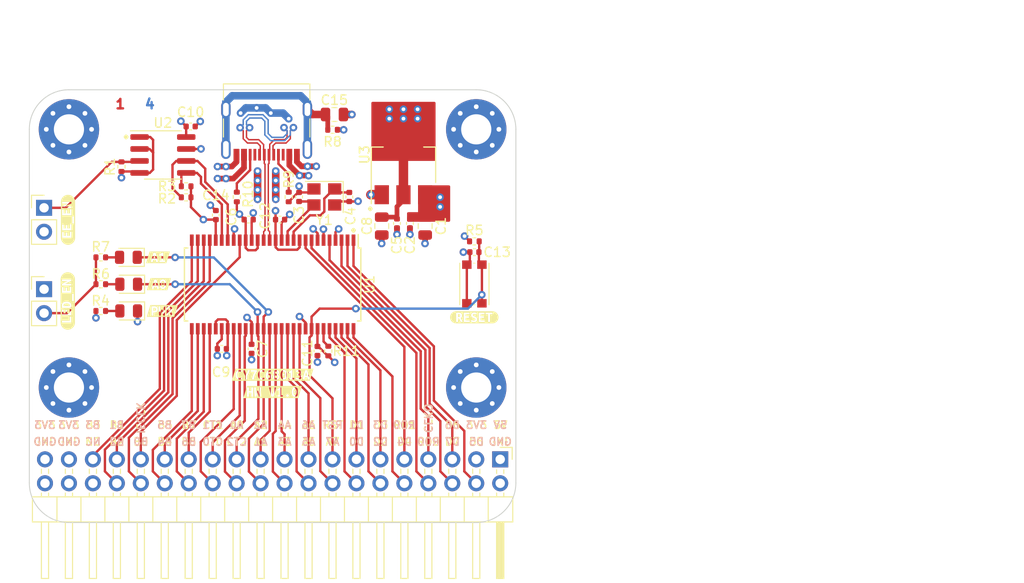
<source format=kicad_pcb>
(kicad_pcb (version 20211014) (generator pcbnew)
  (layers (0 "F.Cu" signal) (1 "In1.Cu" signal) (2 "In2.Cu" signal) (31 "B.Cu" signal) (34 "B.Paste" user) (35 "F.Paste" user) (36 "B.SilkS" user "B.Silkscreen") (37 "F.SilkS" user "F.Silkscreen") (38 "B.Mask" user) (39 "F.Mask" user) (44 "Edge.Cuts" user))
  (net 0 "")
  (net 1 "VBUS")
  (net 2 "GND")
  (net 3 "Net-(C3-Pad2)")
  (net 4 "Net-(C4-Pad2)")
  (net 5 "+3V3")
  (net 6 "/RST")
  (net 7 "Earth_Protective")
  (net 8 "Net-(D1-Pad2)")
  (net 9 "Net-(J2-Pad2)")
  (net 10 "Net-(D2-Pad2)")
  (net 11 "Net-(D3-Pad2)")
  (net 12 "Net-(J1-Pad1)")
  (net 13 "/D-")
  (net 14 "/D+")
  (net 15 "Net-(R2-Pad2)")
  (net 16 "Net-(R3-Pad2)")
  (net 17 "/PA0")
  (net 18 "/PA1")
  (net 19 "/PD5")
  (net 20 "/PD6")
  (net 21 "/PD7")
  (net 22 "/CLKOUT")
  (net 23 "/RDY0")
  (net 24 "/RDY1")
  (net 25 "/IFCLK")
  (net 26 "/PB0")
  (net 27 "/PB1")
  (net 28 "/PB2")
  (net 29 "/PB3")
  (net 30 "/PB4")
  (net 31 "/PB5")
  (net 32 "/PB6")
  (net 33 "/PB7")
  (net 34 "/CTL0")
  (net 35 "/CTL1")
  (net 36 "/CTL2")
  (net 37 "/PA2")
  (net 38 "/PA3")
  (net 39 "/PA4")
  (net 40 "/PA5")
  (net 41 "/PA6")
  (net 42 "/PA7")
  (net 43 "Net-(U1-Pad51)")
  (net 44 "/PD0")
  (net 45 "/PD1")
  (net 46 "/PD2")
  (net 47 "/PD3")
  (net 48 "/PD4")
  (net 52 "Net-(J5-PadA5)")
  (net 53 "Net-(J5-PadB5)")
  (footprint "Capacitor_SMD:C_0402_1005Metric" (layer "F.Cu") (at 141.5542 93.0656)
    (fp_text reference "C12")
    (fp_text value "100n")
  )
  (footprint "Resistor_SMD:R_0402_1005Metric" (layer "F.Cu") (at 124.7394 87.4522 90)
    (fp_text reference "R1")
    (fp_text value "100K")
  )
  (footprint "Package_TO_SOT_SMD:SOT-223-3_TabPin2" (layer "F.Cu") (at 154.6352 87.2744 90)
    (fp_text reference "U3")
    (fp_text value "LM1117-3.3")
  )
  (footprint "Capacitor_SMD:C_0402_1005Metric" (layer "F.Cu") (at 145.5174 107.0066 -90)
    (fp_text reference "C11")
    (fp_text value "100n")
  )
  (footprint "Resistor_SMD:R_0402_1005Metric" (layer "F.Cu") (at 142.4702 90.6642 90)
    (fp_text reference "R9")
    (fp_text value "5K1")
  )
  (footprint "MountingHole:MountingHole_3.2mm_M3_Pad_Via" (layer "F.Cu") (at 119.1718 83.489324)
    (fp_text reference "H2" hide)
    (fp_text value "MountingHole_Pad")
  )
  (footprint "Resistor_SMD:R_0402_1005Metric" (layer "F.Cu") (at 136.9702 90.6642 90)
    (fp_text reference "R10")
    (fp_text value "5K1")
  )
  (footprint "kibuzzard-63F2CE48" (layer "F.Cu") (at 162.1452 103.4342)
    (fp_text reference "kibuzzard-63F2CE48" hide)
    (fp_text value "G***" hide)
  )
  (footprint "MountingHole:MountingHole_3.2mm_M3_Pad_Via" (layer "F.Cu") (at 119.1718 110.8852)
    (fp_text reference "H4" hide)
    (fp_text value "MountingHole_Pad")
  )
  (footprint "Capacitor_SMD:C_0402_1005Metric" (layer "F.Cu") (at 153.9494 93.472 -90)
    (fp_text reference "C5")
    (fp_text value "100n")
  )
  (footprint "Capacitor_SMD:C_0805_2012Metric" (layer "F.Cu") (at 147.3202 81.9142 180)
    (fp_text reference "C15")
    (fp_text value "10n")
  )
  (footprint "kibuzzard-63F33066" (layer "F.Cu") (at 140.7652 111.3642)
    (fp_text reference "kibuzzard-63F33066" hide)
    (fp_text value "G***" hide)
  )
  (footprint "Connector_PinHeader_2.54mm:PinHeader_1x02_P2.54mm_Vertical" (layer "F.Cu") (at 116.5352 91.816)
    (fp_text reference "J1" hide)
    (fp_text value "Conn_01x02")
  )
  (footprint "MountingHole:MountingHole_3.2mm_M3_Pad_Via" (layer "F.Cu") (at 162.3518 83.489324)
    (fp_text reference "H3" hide)
    (fp_text value "MountingHole_Pad")
  )
  (footprint "Connector_PinHeader_2.54mm:PinHeader_1x02_P2.54mm_Vertical" (layer "F.Cu") (at 116.5352 100.452)
    (fp_text reference "J2" hide)
    (fp_text value "Conn_01x02")
  )
  (footprint "LED_SMD:LED_0805_2012Metric" (layer "F.Cu") (at 125.4744 97.06924 180)
    (fp_text reference "D3" hide)
    (fp_text value "RED")
  )
  (footprint "kibuzzard-63F2CE91" (layer "F.Cu") (at 140.7652 109.5342)
    (fp_text reference "kibuzzard-63F2CE91" hide)
    (fp_text value "G***" hide)
  )
  (footprint "Package_TO_SOT_SMD:SOT-223-3_TabPin2" (layer "F.Cu") (at 154.6352 87.2744 90)
    (fp_text reference "U3")
    (fp_text value "LM1117-3.3")
  )
  (footprint "Resistor_SMD:R_0402_1005Metric" (layer "F.Cu") (at 147.1202 83.5342 180)
    (fp_text reference "R8")
    (fp_text value "1M")
  )
  (footprint "Connector_PinHeader_2.54mm:PinHeader_2x20_P2.54mm_Horizontal" (layer "F.Cu") (at 164.8918 118.5052 -90)
    (fp_text reference "J4" hide)
    (fp_text value "GPIO")
  )
  (footprint "Capacitor_SMD:C_0402_1005Metric" (layer "F.Cu") (at 135.382 106.7816)
    (fp_text reference "C9")
    (fp_text value "100n")
  )
  (footprint "Capacitor_SMD:C_0805_2012Metric" (layer "F.Cu") (at 156.9352 93.7514 -90)
    (fp_text reference "C1")
    (fp_text value "4u7")
  )
  (footprint "LED_SMD:LED_0805_2012Metric" (layer "F.Cu") (at 125.5052 102.75884 180)
    (fp_text reference "D1" hide)
    (fp_text value "GREEN")
  )
  (footprint "kibuzzard-63FDD9FB" (layer "F.Cu") (at 128.61 97.071)
    (fp_text reference "kibuzzard-63FDD9FB" hide)
    (fp_text value "G***" hide)
  )
  (footprint "kibuzzard-63EC9D86" (layer "F.Cu") (at 119.0752 93.091 90)
    (fp_text reference "kibuzzard-63EC9D86" hide)
    (fp_text value "G***" hide)
  )
  (footprint "Resistor_SMD:R_0402_1005Metric" (layer "F.Cu") (at 131.5974 89.535 180)
    (fp_text reference "R3")
    (fp_text value "2K2")
  )
  (footprint "Crystal:Crystal_SMD_3225-4Pin_3.2x2.5mm" (layer "F.Cu") (at 146.2452 90.6642 180)
    (fp_text reference "Y1")
    (fp_text value "24MHz")
  )
  (footprint "kibuzzard-63EC9D7C" (layer "F.Cu") (at 119.0498 101.7016 90)
    (fp_text reference "kibuzzard-63EC9D7C" hide)
    (fp_text value "G***" hide)
  )
  (footprint "Resistor_SMD:R_0402_1005Metric" (layer "F.Cu") (at 146.6702 107.0142 90)
    (fp_text reference "R11")
    (fp_text value "10K")
  )
  (footprint "Capacitor_SMD:C_0402_1005Metric" (layer "F.Cu") (at 138.2268 93.0656 180)
    (fp_text reference "C6")
    (fp_text value "100n")
  )
  (footprint "Capacitor_SMD:C_0402_1005Metric" (layer "F.Cu") (at 155.321 93.4694 -90)
    (fp_text reference "C2")
    (fp_text value "100n")
  )
  (footprint "MountingHole:MountingHole_3.2mm_M3_Pad_Via" (layer "F.Cu") (at 162.3518 110.8852)
    (fp_text reference "H1" hide)
    (fp_text value "MountingHole_Pad")
  )
  (footprint "Resistor_SMD:R_0402_1005Metric" (layer "F.Cu") (at 162.1536 95.377 180)
    (fp_text reference "R5")
    (fp_text value "10K")
  )
  (footprint "Capacitor_SMD:C_0402_1005Metric" (layer "F.Cu") (at 148.8952 90.6642 90)
    (fp_text reference "C4")
    (fp_text value "16p")
  )
  (footprint "Button_Switch_SMD:SW_Push_1P1T_NO_CK_KMR2" (layer "F.Cu") (at 162.1536 99.8982 90)
    (fp_text reference "SW1" hide)
    (fp_text value "SW_Push")
  )
  (footprint "Resistor_SMD:R_0402_1005Metric" (layer "F.Cu") (at 122.5452 102.7642)
    (fp_text reference "R4")
    (fp_text value "1K")
  )
  (footprint "Resistor_SMD:R_0402_1005Metric" (layer "F.Cu") (at 122.5452 97.0742 180)
    (fp_text reference "R7")
    (fp_text value "1K")
  )
  (footprint "Package_SO:SSOP-56_7.5x18.5mm_P0.635mm" (layer "F.Cu") (at 140.7668 99.949 -90)
    (fp_text reference "U1")
    (fp_text value "CY7C68013A-56PVXI")
  )
  (footprint "Capacitor_SMD:C_0402_1005Metric" (layer "F.Cu") (at 132.0774 83.185)
    (fp_text reference "C10")
    (fp_text value "100n")
  )
  (footprint "Capacitor_SMD:C_0402_1005Metric" (layer "F.Cu") (at 162.1536 96.52 180)
    (fp_text reference "C13")
    (fp_text value "100n")
  )
  (footprint "kibuzzard-63FDDA02" (layer "F.Cu") (at 128.7116 99.9158)
    (fp_text reference "kibuzzard-63FDDA02" hide)
    (fp_text value "G***" hide)
  )
  (footprint "Resistor_SMD:R_0402_1005Metric" (layer "F.Cu") (at 131.5974 90.7034 180)
    (fp_text reference "R2")
    (fp_text value "2K2")
  )
  (footprint "Capacitor_SMD:C_0402_1005Metric" (layer "F.Cu") (at 143.5702 90.6642 -90)
    (fp_text reference "C3")
    (fp_text value "16p")
  )
  (footprint "Capacitor_SMD:C_0402_1005Metric" (layer "F.Cu") (at 138.5316 106.7816 -90)
    (fp_text reference "C7")
    (fp_text value "100n")
  )
  (footprint "Connector_USB:USB_C_Receptacle_G-Switch_GT-USB-7010ASV" (layer "F.Cu") (at 140.1318 82.4542 180)
    (fp_text reference "J5" hide)
    (fp_text value "USB_C_Receptacle_USB2.0")
  )
  (footprint "Resistor_SMD:R_0402_1005Metric" (layer "F.Cu") (at 122.5452 99.9242 180)
    (fp_text reference "R6")
    (fp_text value "1K")
  )
  (footprint "kibuzzard-63FDDA26" (layer "F.Cu") (at 129.0672 102.7606)
    (fp_text reference "kibuzzard-63FDDA26" hide)
    (fp_text value "G***" hide)
  )
  (footprint "Package_SO:SOIC-8_3.9x4.9mm_P1.27mm" (layer "F.Cu") (at 129.1336 86.2076)
    (fp_text reference "U2")
    (fp_text value "24LC128")
  )
  (footprint "Capacitor_SMD:C_0402_1005Metric" (layer "F.Cu") (at 134.747 92.5856 90)
    (fp_text reference "C14")
    (fp_text value "100n")
  )
  (footprint "Capacitor_SMD:C_0805_2012Metric" (layer "F.Cu") (at 152.3352 93.7514 -90)
    (fp_text reference "C8")
    (fp_text value "10u")
  )
  (footprint "LED_SMD:LED_0805_2012Metric" (layer "F.Cu") (at 125.5052 99.9242 180)
    (fp_text reference "D2" hide)
    (fp_text value "RED")
  )
  (gr_line (start 119.1718 125.210124) (end 162.3518 125.210124) (layer "Edge.Cuts") (width 0.1))
  (gr_line (start 114.971876 121.0102) (end 114.971876 83.489324) (layer "Edge.Cuts") (width 0.1))
  (gr_line (start 162.3518 79.2894) (end 119.1718 79.2894) (layer "Edge.Cuts") (width 0.1))
  (gr_arc (start 119.1718 125.210124) (mid 116.202005 123.979995) (end 114.971876 121.0102) (layer "Edge.Cuts") (width 0.1))
  (gr_arc (start 162.3518 79.2894) (mid 165.321586 80.519531) (end 166.551724 83.489324) (layer "Edge.Cuts") (width 0.1))
  (gr_line (start 166.551724 83.489324) (end 166.551724 121.0102) (layer "Edge.Cuts") (width 0.1))
  (gr_arc (start 166.551724 121.0102) (mid 165.321595 123.979995) (end 162.3518 125.210124) (layer "Edge.Cuts") (width 0.1))
  (gr_arc (start 114.971876 83.489324) (mid 116.201997 80.519514) (end 119.1718 79.2894) (layer "Edge.Cuts") (width 0.1))
  (gr_text "1" (at 124.6202 80.8142) (layer "F.Cu") (effects (font (size 1 1) (thickness 0.25))))
  (gr_text "4" (at 127.7452 80.8142) (layer "B.Cu") (effects (font (size 1 1) (thickness 0.25))))
  (gr_text "D6" (at 159.7952 114.8642) (layer "B.SilkS") (effects (font (size 0.8 0.8)) (justify mirror)))
  (gr_text "CT1" (at 134.3952 114.8642) (layer "B.SilkS") (effects (font (size 0.8 0.8)) (justify mirror)))
  (gr_text "A2" (at 139.4752 114.8642) (layer "B.SilkS") (effects (font (size 0.8 0.8)) (justify mirror)))
  (gr_text "RD0" (at 157.2802 116.6392) (layer "B.SilkS") (effects (font (size 0.8 0.8)) (justify mirror)))
  (gr_text "A5" (at 144.5802 116.6392) (layer "B.SilkS") (effects (font (size 0.8 0.8)) (justify mirror)))
  (gr_text "D7" (at 159.8202 116.6392) (layer "B.SilkS") (effects (font (size 0.8 0.8)) (justify mirror)))
  (gr_text "GND" (at 164.8952 116.6392) (layer "B.SilkS") (effects (font (size 0.8 0.8)) (justify mirror)))
  (gr_text "D3" (at 152.1752 114.8642) (layer "B.SilkS") (effects (font (size 0.8 0.8)) (justify mirror)))
  (gr_text "A7" (at 147.1202 116.6392) (layer "B.SilkS") (effects (font (size 0.8 0.8)) (justify mirror)))
  (gr_text "B1" (at 124.2352 114.8592) (layer "B.SilkS") (effects (font (size 0.8 0.8)) (justify mirror)))
  (gr_text "RD0" (at 154.7152 114.8642) (layer "B.SilkS") (effects (font (size 0.8 0.8)) (justify mirror)))
  (gr_text "CT0" (at 134.4202 116.6392) (layer "B.SilkS") (effects (font (size 0.8 0.8)) (justify mirror)))
  (gr_text "B4" (at 129.3402 116.6392) (layer "B.SilkS") (effects (font (size 0.8 0.8)) (justify mirror)))
  (gr_text "GND" (at 116.6402 116.6392) (layer "B.SilkS") (effects (font (size 0.8 0.8)) (justify mirror)))
  (gr_text "A6" (at 144.5552 114.8642) (layer "B.SilkS") (effects (font (size 0.8 0.8)) (justify mirror)))
  (gr_text "D1" (at 149.6352 114.8642) (layer "B.SilkS") (effects (font (size 0.8 0.8)) (justify mirror)))
  (gr_text "B3" (at 121.6952 114.8642) (layer "B.SilkS") (effects (font (size 0.8 0.8)) (justify mirror)))
  (gr_text "D2" (at 152.2002 116.6392) (layer "B.SilkS") (effects (font (size 0.8 0.8)) (justify mirror)))
  (gr_text "B2" (at 124.2602 116.6392) (layer "B.SilkS") (effects (font (size 0.8 0.8)) (justify mirror)))
  (gr_text "D4" (at 154.7402 116.6392) (layer "B.SilkS") (effects (font (size 0.8 0.8)) (justify mirror)))
  (gr_text "B6" (at 131.8802 116.6392) (layer "B.SilkS") (effects (font (size 0.8 0.8)) (justify mirror)))
  (gr_text "B0" (at 126.8002 116.6392) (layer "B.SilkS") (effects (font (size 0.8 0.8)) (justify mirror)))
  (gr_text "A1" (at 139.5002 116.6392) (layer "B.SilkS") (effects (font (size 0.8 0.8)) (justify mirror)))
  (gr_text "GND" (at 119.1802 116.6392) (layer "B.SilkS") (effects (font (size 0.8 0.8)) (justify mirror)))
  (gr_text "B5" (at 129.3152 114.8642) (layer "B.SilkS") (effects (font (size 0.8 0.8)) (justify mirror)))
  (gr_text "3V3" (at 119.1552 114.8642) (layer "B.SilkS") (effects (font (size 0.8 0.8)) (justify mirror)))
  (gr_text "CLKO" (at 157.2552 114.1642 270) (layer "B.SilkS") (effects (font (size 0.8 0.8)) (justify mirror)))
  (gr_text "D5" (at 162.3702 116.6392) (layer "B.SilkS") (effects (font (size 0.8 0.8)) (justify mirror)))
  (gr_text "D0" (at 149.6602 116.6392) (layer "B.SilkS") (effects (font (size 0.8 0.8)) (justify mirror)))
  (gr_text "3V3" (at 116.6152 114.8642) (layer "B.SilkS") (effects (font (size 0.8 0.8)) (justify mirror)))
  (gr_text "RST" (at 147.0952 114.8642) (layer "B.SilkS") (effects (font (size 0.8 0.8)) (justify mirror)))
  (gr_text "3V3" (at 162.3702 114.8642) (layer "B.SilkS") (effects (font (size 0.8 0.8)) (justify mirror)))
  (gr_text "B7" (at 131.8552 114.8642) (layer "B.SilkS") (effects (font (size 0.8 0.8)) (justify mirror)))
  (gr_text "A4" (at 142.0152 114.8642) (layer "B.SilkS") (effects (font (size 0.8 0.8)) (justify mirror)))
  (gr_text "A0" (at 136.9352 114.8642) (layer "B.SilkS") (effects (font (size 0.8 0.8)) (justify mirror)))
  (gr_text "NC" (at 121.7202 116.6392) (layer "B.SilkS") (effects (font (size 0.8 0.8)) (justify mirror)))
  (gr_text "CT2" (at 136.9602 116.6392) (layer "B.SilkS") (effects (font (size 0.8 0.8)) (justify mirror)))
  (gr_text "IFCLK" (at 126.7452 114.1142 270) (layer "B.SilkS") (effects (font (size 0.8 0.8)) (justify mirror)))
  (gr_text "5V" (at 164.8952 114.8642) (layer "B.SilkS") (effects (font (size 0.8 0.8)) (justify mirror)))
  (gr_text "A3" (at 142.0402 116.6392) (layer "B.SilkS") (effects (font (size 0.8 0.8)) (justify mirror)))
  (gr_text "CT1" (at 134.4452 114.8642) (layer "F.SilkS") (effects (font (size 0.8 0.8))))
  (gr_text "B2" (at 124.2602 116.6392) (layer "F.SilkS") (effects (font (size 0.8 0.8))))
  (gr_text "GND" (at 164.9002 116.6392) (layer "F.SilkS") (effects (font (size 0.8 0.8))))
  (gr_text "GND" (at 116.6452 116.6392) (layer "F.SilkS") (effects (font (size 0.8 0.8))))
  (gr_text "B6" (at 131.8802 116.6392) (layer "F.SilkS") (effects (font (size 0.8 0.8))))
  (gr_text "A4" (at 142.0652 114.8642) (layer "F.SilkS") (effects (font (size 0.8 0.8))))
  (gr_text "A3" (at 142.0402 116.6392) (layer "F.SilkS") (effects (font (size 0.8 0.8))))
  (gr_text "A6" (at 144.6052 114.8642) (layer "F.SilkS") (effects (font (size 0.8 0.8))))
  (gr_text "A7" (at 147.1202 116.6392) (layer "F.SilkS") (effects (font (size 0.8 0.8))))
  (gr_text "B3" (at 121.7452 114.8642) (layer "F.SilkS") (effects (font (size 0.8 0.8))))
  (gr_text "D3" (at 152.2252 114.8642) (layer "F.SilkS") (effects (font (size 0.8 0.8))))
  (gr_text "B4" (at 129.3402 116.6392) (layer "F.SilkS") (effects (font (size 0.8 0.8))))
  (gr_text "A5" (at 144.5802 116.6392) (layer "F.SilkS") (effects (font (size 0.8 0.8))))
  (gr_text "3V3" (at 119.1702 114.8642) (layer "F.SilkS") (effects (font (size 0.8 0.8))))
  (gr_text "." (at 149.3364 93.388) (layer "F.SilkS") (effects (font (size 2 2) (thickness 0.3))))
  (gr_text "RST" (at 147.1452 114.8642) (layer "F.SilkS") (effects (font (size 0.8 0.8))))
  (gr_text "A2" (at 139.5252 114.8642) (layer "F.SilkS") (effects (font (size 0.8 0.8))))
  (gr_text "A0" (at 136.9852 114.8642) (layer "F.SilkS") (effects (font (size 0.8 0.8))))
  (gr_text "D4" (at 154.7402 116.6392) (layer "F.SilkS") (effects (font (size 0.8 0.8))))
  (gr_text "D1" (at 149.6852 114.8642) (layer "F.SilkS") (effects (font (size 0.8 0.8))))
  (gr_text "D2" (at 152.2002 116.6392) (layer "F.SilkS") (effects (font (size 0.8 0.8))))
  (gr_text "GND" (at 119.1702 116.6392) (layer "F.SilkS") (effects (font (size 0.8 0.8))))
  (gr_text "B5" (at 129.3652 114.8642) (layer "F.SilkS") (effects (font (size 0.8 0.8))))
  (gr_text "CLKO" (at 157.2952 114.1542 90) (layer "F.SilkS") (effects (font (size 0.8 0.8))))
  (gr_text "." (at 125.2318 83.482) (layer "F.SilkS") (effects (font (size 2 2) (thickness 0.3))))
  (gr_text "IFCLK" (at 126.8202 114.1142 90) (layer "F.SilkS") (effects (font (size 0.8 0.8))))
  (gr_text "D0" (at 149.6602 116.6392) (layer "F.SilkS") (effects (font (size 0.8 0.8))))
  (gr_text "B0" (at 126.8002 116.6392) (layer "F.SilkS") (effects (font (size 0.8 0.8))))
  (gr_text "5V" (at 164.9252 114.8642) (layer "F.SilkS") (effects (font (size 0.8 0.8))))
  (gr_text "D6" (at 159.8452 114.8642) (layer "F.SilkS") (effects (font (size 0.8 0.8))))
  (gr_text "RD1" (at 154.7652 114.8642) (layer "F.SilkS") (effects (font (size 0.8 0.8))))
  (gr_text "RD0" (at 157.2802 116.6392) (layer "F.SilkS") (effects (font (size 0.8 0.8))))
  (gr_text "CT0" (at 134.4202 116.6392) (layer "F.SilkS") (effects (font (size 0.8 0.8))))
  (gr_text "." (at 151.1144 91.102) (layer "F.SilkS") (effects (font (size 2 2) (thickness 0.3))))
  (gr_text "D7" (at 159.8202 116.6392) (layer "F.SilkS") (effects (font (size 0.8 0.8))))
  (gr_text "B7" (at 131.9052 114.8642) (layer "F.SilkS") (effects (font (size 0.8 0.8))))
  (gr_text "D5" (at 162.3602 116.6392) (layer "F.SilkS") (effects (font (size 0.8 0.8))))
  (gr_text "NC" (at 121.7202 116.6392) (layer "F.SilkS") (effects (font (size 0.8 0.8))))
  (gr_text "B1" (at 124.2852 114.8642) (layer "F.SilkS") (effects (font (size 0.8 0.8))))
  (gr_text "3V3" (at 162.3852 114.8642) (layer "F.SilkS") (effects (font (size 0.8 0.8))))
  (gr_text "3V3" (at 116.6452 114.8642) (layer "F.SilkS") (effects (font (size 0.8 0.8))))
  (gr_text "A1" (at 139.5002 116.6392) (layer "F.SilkS") (effects (font (size 0.8 0.8))))
  (gr_text "CT2" (at 136.9602 116.6392) (layer "F.SilkS") (effects (font (size 0.8 0.8))))
  (segment (start 142.5318 86.1792) (end 142.5318 87.3008) (width 0.6) (layer "F.Cu") (net 1))
  (segment (start 137.7318 87.5776) (end 136.8202 88.4892) (width 0.6) (layer "F.Cu") (net 1))
  (segment (start 136.8202 88.4892) (end 136.5952 88.7142) (width 0.6) (layer "F.Cu") (net 1))
  (segment (start 135.8202 88.7142) (end 134.9202 88.7142) (width 0.6) (layer "F.Cu") (net 1))
  (segment (start 142.5318 87.3008) (end 143.6202 88.3892) (width 0.6) (layer "F.Cu") (net 1))
  (segment (start 143.6202 88.3892) (end 144.555822 88.3892) (width 0.6) (layer "F.Cu") (net 1))
  (segment (start 144.555822 88.3892) (end 144.574833 88.408211) (width 0.6) (layer "F.Cu") (net 1))
  (segment (start 136.5952 88.7142) (end 135.8202 88.7142) (width 0.6) (layer "F.Cu") (net 1))
  (segment (start 137.7318 86.1792) (end 137.7318 87.5776) (width 0.6) (layer "F.Cu") (net 1))
  (via (at 143.6202 88.3892) (size 0.8) (drill 0.4) (layers "F.Cu" "B.Cu") (net 1))
  (via (at 144.574833 88.408211) (size 0.8) (drill 0.4) (layers "F.Cu" "B.Cu") (net 1))
  (via (at 158.5202 91.7142) (size 0.8) (drill 0.4) (layers "F.Cu" "B.Cu") (net 1))
  (via (at 158.5202 90.6892) (size 0.8) (drill 0.4) (layers "F.Cu" "B.Cu") (net 1))
  (via (at 134.9202 88.7142) (size 0.8) (drill 0.4) (layers "F.Cu" "B.Cu") (net 1))
  (via (at 135.8202 88.7142) (size 0.8) (drill 0.4) (layers "F.Cu" "B.Cu") (net 1))
  (segment (start 128.0922 84.6074) (end 128.0922 85.9536) (width 0.25) (layer "F.Cu") (net 2))
  (segment (start 124.7394 87.9622) (end 126.5082 87.9622) (width 0.25) (layer "F.Cu") (net 2))
  (segment (start 134.7343 103.8987) (end 134.9756 103.6574) (width 0.25) (layer "F.Cu") (net 2))
  (segment (start 134.747 92.1056) (end 134.7268 92.1056) (width 0.25) (layer "F.Cu") (net 2))
  (segment (start 144.7752 90.1842) (end 143.5702 90.1842) (width 0.25) (layer "F.Cu") (net 2))
  (segment (start 137.9093 95.249) (end 137.9093 93.2281) (width 0.25) (layer "F.Cu") (net 2))
  (segment (start 143.8202 87.4142) (end 144.4702 87.4142) (width 0.6) (layer "F.Cu") (net 2))
  (segment (start 133.1618 85.5726) (end 133.1702 85.5642) (width 0.25) (layer "F.Cu") (net 2))
  (segment (start 144.2593 104.0003) (end 143.6116 103.3526) (width 0.25) (layer "F.Cu") (net 2))
  (segment (start 147.4343 95.249) (end 147.4343 94.392762) (width 0.25) (layer "F.Cu") (net 2))
  (segment (start 147.7152 91.1442) (end 148.8952 91.1442) (width 0.25) (layer "F.Cu") (net 2))
  (segment (start 136.6393 94.1457) (end 136.7288 94.0562) (width 0.25) (layer "F.Cu") (net 2))
  (segment (start 145.5174 108.1864) (end 145.5202 108.1892) (width 0.25) (layer "F.Cu") (net 2))
  (segment (start 147.4343 94.392762) (end 147.769137 94.057925) (width 0.25) (layer "F.Cu") (net 2))
  (segment (start 126.4427 102.75884) (end 126.4427 103.8917) (width 0.25) (layer "F.Cu") (net 2))
  (segment (start 144.4702 87.4142) (end 145.3952 87.4142) (width 0.6) (layer "F.Cu") (net 2))
  (segment (start 134.9756 103.6574) (end 135.7884 103.6574) (width 0.25) (layer "F.Cu") (net 2))
  (segment (start 136.9702 91.1742) (end 136.9702 92.2142) (width 0.25) (layer "F.Cu") (net 2))
  (segment (start 161.6736 97.5282) (end 161.3536 97.8482) (width 0.25) (layer "F.Cu") (net 2))
  (segment (start 128.0922 87.757) (end 127.7366 88.1126) (width 0.25) (layer "F.Cu") (net 2))
  (segment (start 153.9494 93.952) (end 153.9494 94.6404) (width 0.6) (layer "F.Cu") (net 2))
  (segment (start 139.1702 87.9142) (end 139.1702 90.9142) (width 0.8) (layer "F.Cu") (net 2))
  (segment (start 142.0342 93.0656) (end 142.0342 93.0502) (width 0.25) (layer "F.Cu") (net 2))
  (segment (start 145.1452 89.8142) (end 144.7752 90.1842) (width 0.25) (layer "F.Cu") (net 2))
  (segment (start 141.0952 87.9142) (end 141.0952 90.9142) (width 0.8) (layer "F.Cu") (net 2))
  (segment (start 139.1793 95.249) (end 139.1793 96.099) (width 0.25) (layer "F.Cu") (net 2))
  (segment (start 143.3318 86.1792) (end 143.3318 86.9258) (width 0.6) (layer "F.Cu") (net 2))
  (segment (start 136.0043 106.6393) (end 135.862 106.7816) (width 0.25) (layer "F.Cu") (net 2))
  (segment (start 131.6086 85.5726) (end 133.1618 85.5726) (width 0.25) (layer "F.Cu") (net 2))
  (segment (start 145.5174 107.4866) (end 145.5174 108.1864) (width 0.25) (layer "F.Cu") (net 2))
  (segment (start 136.9702 92.2142) (end 137.2452 92.4892) (width 0.25) (layer "F.Cu") (net 2))
  (segment (start 149.7902 91.1442) (end 149.8202 91.1142) (width 0.25) (layer "F.Cu") (net 2))
  (segment (start 136.9318 86.1792) (end 136.9318 86.9526) (width 0.6) (layer "F.Cu") (net 2))
  (segment (start 134.7268 92.1056) (end 134.1628 91.5416) (width 0.25) (layer "F.Cu") (net 2))
  (segment (start 127.7112 85.5726) (end 128.0922 85.9536) (width 0.25) (layer "F.Cu") (net 2))
  (segment (start 132.5626 83.185) (end 133.096 82.6516) (width 0.25) (layer "F.Cu") (net 2))
  (segment (start 135.862 106.7816) (end 135.862 107.455897) (width 0.25) (layer "F.Cu") (net 2))
  (segment (start 141.7193 95.249) (end 141.7193 93.3805) (width 0.25) (layer "F.Cu") (net 2))
  (segment (start 143.5952 87.1892) (end 143.8202 87.4142) (width 0.6) (layer "F.Cu") (net 2))
  (segment (start 152.3352 95.5942) (end 152.3238 95.6056) (width 0.6) (layer "F.Cu") (net 2))
  (segment (start 148.8952 91.1442) (end 149.7902 91.1442) (width 0.25) (layer "F.Cu") (net 2))
  (segment (start 138.1621 96.3168) (end 137.9093 96.064) (width 0.25) (layer "F.Cu") (net 2))
  (segment (start 126.5082 87.9622) (end 126.6586 88.1126) (width 0.25) (layer "F.Cu") (net 2))
  (segment (start 151.1812 90.4244) (end 151.1808 90.424) (width 1) (layer "F.Cu") (net 2))
  (segment (start 144.2593 104.649) (end 144.2593 104.0003) (width 0.25) (layer "F.Cu") (net 2))
  (segment (start 126.4427 103.8917) (end 126.4452 103.8942) (width 0.25) (layer "F.Cu") (net 2))
  (segment (start 128.0922 85.9536) (end 128.0922 87.757) (width 0.25) (layer "F.Cu") (net 2))
  (segment (start 145.5293 94.519398) (end 145.0594 94.049498) (width 0.25) (layer "F.Cu") (net 2))
  (segment (start 136.4452 87.4392) (end 135.8202 87.4392) (width 0.6) (layer "F.Cu") (net 2))
  (segment (start 137.9093 93.2281) (end 137.7468 93.0656) (width 0.25) (layer "F.Cu") (net 2))
  (segment (start 136.9318 86.9526) (end 136.7952 87.0892) (width 0.6) (layer "F.Cu") (net 2))
  (segment (start 135.862 107.455897) (end 135.898903 107.4928) (width 0.25) (layer "F.Cu") (net 2))
  (segment (start 161.6736 96.52) (end 160.9852 96.52) (width 0.25) (layer "F.Cu") (net 2))
  (segment (start 126.6586 84.3026) (end 127.7874 84.3026) (width 0.25) (layer "F.Cu") (net 2))
  (segment (start 137.9093 96.064) (end 137.9093 95.249) (width 0.25) (layer "F.Cu") (net 2))
  (segment (start 143.5702 90.1842) (end 143.5702 89.5142) (width 0.25) (layer "F.Cu") (net 2))
  (segment (start 136.0043 103.8733) (end 136.0043 104.649) (width 0.25) (layer "F.Cu") (net 2))
  (segment (start 143.4602 90.1842) (end 142.4702 91.1742) (width 0.25) (layer "F.Cu") (net 2))
  (segment (start 138.9615 96.3168) (end 138.1621 96.3168) (width 0.25) (layer "F.Cu") (net 2))
  (segment (start 143.5702 90.1842) (end 143.4602 90.1842) (width 0.25) (layer "F.Cu") (net 2))
  (segment (start 134.7343 104.649) (end 134.7343 103.8987) (width 0.25) (layer "F.Cu") (net 2))
  (segment (start 136.7952 87.0892) (end 136.4452 87.4392) (width 0.6) (layer "F.Cu") (net 2))
  (segment (start 145.5293 95.249) (end 145.5293 94.519398) (width 0.25) (layer "F.Cu") (net 2))
  (segment (start 161.3536 101.9482) (end 161.3536 97.8482) (width 0.25) (layer "F.Cu") (net 2))
  (segment (start 135.8202 87.4392) (end 134.9202 87.4392) (width 0.6) (layer "F.Cu") (net 2))
  (segment (start 126.6586 85.5726) (end 127.7112 85.5726) (width 0.25) (layer "F.Cu") (net 2))
  (segment (start 139.1793 96.099) (end 138.9615 96.3168) (width 0.25) (layer "F.Cu") (net 2))
  (segment (start 136.0043 104.649) (end 136.0043 106.6393) (width 0.25) (layer "F.Cu") (net 2))
  (segment (start 143.3318 86.9258) (end 143.5952 87.1892) (width 0.6) (layer "F.Cu") (net 2))
  (segment (start 147.3452 91.5142) (end 147.7152 91.1442) (width 0.25) (layer "F.Cu") (net 2))
  (segment (start 141.7193 93.3805) (end 142.0342 93.0656) (width 0.25) (layer "F.Cu") (net 2))
  (segment (start 156.9352 95.5916) (end 156.9212 95.6056) (width 0.6) (layer "F.Cu") (net 2))
  (segment (start 161.6736 96.52) (end 161.6736 97.5282) (width 0.25) (layer "F.Cu") (net 2))
  (segment (start 138.5316 107.2616) (end 138.5316 107.9246) (width 0.25) (layer "F.Cu") (net 2))
  (segment (start 142.0342 93.0502) (end 142.5702 92.5142) (width 0.25) (layer "F.Cu") (net 2))
  (segment (start 127.7366 88.1126) (end 126.6586 88.1126) (width 0.25) (layer "F.Cu") (net 2))
  (segment (start 127.7874 84.3026) (end 128.0922 84.6074) (width 0.25) (layer "F.Cu") (net 2))
  (segment (start 156.9352 94.7014) (end 156.9352 95.5916) (width 0.6) (layer "F.Cu") (net 2))
  (segment (start 155.321 93.9494) (end 155.321 94.6404) (width 0.6) (layer "F.Cu") (net 2))
  (segment (start 124.7394 87.9622) (end 124.7394 88.6206) (width 0.25) (layer "F.Cu") (net 2))
  (segment (start 137.7468 93.0656) (end 137.7468 92.9908) (width 0.25) (layer "F.Cu") (net 2))
  (segment (start 132.5574 83.185) (end 132.5626 83.185) (width 0.25) (layer "F.Cu") (net 2))
  (segment (start 137.7468 92.9908) (end 137.2452 92.4892) (width 0.25) (layer "F.Cu") (net 2))
  (segment (start 147.6302 83.5342) (end 148.2902 83.5342) (width 0.5) (layer "F.Cu") (net 2))
  (segment (start 135.7884 103.6574) (end 136.0043 103.8733) (width 0.25) (layer "F.Cu") (net 2))
  (segment (start 148.2902 83.5342) (end 148.2952 83.5392) (width 0.5) (layer "F.Cu") (net 2))
  (segment (start 136.6393 95.249) (end 136.6393 94.1457) (width 0.25) (layer "F.Cu") (net 2))
  (segment (start 152.3352 90.4244) (end 151.1812 90.4244) (width 1) (layer "F.Cu") (net 2))
  (segment (start 152.3352 94.7014) (end 152.3352 95.5942) (width 0.6) (layer "F.Cu") (net 2))
  (segment (start 148.2702 81.9142) (end 149.1702 81.9142) (width 0.8) (layer "F.Cu") (net 2))
  (via (at 141.0952 90.9142) (size 0.8) (drill 0.4) (layers "F.Cu" "B.Cu") (net 2))
  (via (at 151.1808 90.424) (size 0.8) (drill 0.4) (layers "F.Cu" "B.Cu") (net 2))
  (via (at 139.1702 90.9142) (size 0.8) (drill 0.4) (layers "F.Cu" "B.Cu") (net 2))
  (via (at 144.4702 87.4142) (size 0.8) (drill 0.4) (layers "F.Cu" "B.Cu") (net 2))
  (via (at 137.3702 81.7642) (size 0.8) (drill 0.4) (layers "F.Cu" "B.Cu") (net 2))
  (via (at 155.321 94.6404) (size 0.8) (drill 0.4) (layers "F.Cu" "B.Cu") (net 2))
  (via (at 133.1702 85.5642) (size 0.8) (drill 0.4) (layers "F.Cu" "B.Cu") (net 2))
  (via (at 126.4452 103.8942) (size 0.8) (drill 0.4) (layers "F.Cu" "B.Cu") (net 2))
  (via (at 141.0952 89.9142) (size 0.8) (drill 0.4) (layers "F.Cu" "B.Cu") (net 2))
  (via (at 138.5316 107.9246) (size 0.8) (drill 0.4) (layers "F.Cu" "B.Cu") (net 2))
  (via (at 149.8202 91.1142) (size 0.8) (drill 0.4) (layers "F.Cu" "B.Cu") (net 2))
  (via (at 133.096 82.6516) (size 0.8) (drill 0.4) (layers "F.Cu" "B.Cu") (net 2))
  (via (at 139.0702 81.2142) (size 0.8) (drill 0.4) (layers "F.Cu" "B.Cu") (net 2))
  (via (at 153.9494 94.6404) (size 0.8) (drill 0.4) (layers "F.Cu" "B.Cu") (net 2))
  (via (at 135.898903 107.4928) (size 0.8) (drill 0.4) (layers "F.Cu" "B.Cu") (net 2))
  (via (at 143.6116 103.3526) (size 0.8) (drill 0.4) (layers "F.Cu" "B.Cu") (net 2))
  (via (at 139.1702 87.9142) (size 0.8) (drill 0.4) (layers "F.Cu" "B.Cu") (net 2))
  (via (at 156.9212 95.6056) (size 0.8) (drill 0.4) (layers "F.Cu" "B.Cu") (net 2))
  (via (at 140.5702 81.7642) (size 0.8) (drill 0.4) (layers "F.Cu" "B.Cu") (net 2))
  (via (at 147.769137 94.057925) (size 0.8) (drill 0.4) (layers "F.Cu" "B.Cu") (net 2))
  (via (at 139.1702 89.9142) (size 0.8) (drill 0.4) (layers "F.Cu" "B.Cu") (net 2))
  (via (at 160.9852 96.52) (size 0.8) (drill 0.4) (layers "F.Cu" "B.Cu") (net 2))
  (via (at 135.8202 87.4392) (size 0.8) (drill 0.4) (layers "F.Cu" "B.Cu") (net 2))
  (via (at 134.9202 87.4392) (size 0.8) (drill 0.4) (layers "F.Cu" "B.Cu") (net 2))
  (via (at 141.0952 87.9142) (size 0.8) (drill 0.4) (layers "F.Cu" "B.Cu") (net 2))
  (via (at 145.3952 87.4142) (size 0.8) (drill 0.4) (layers "F.Cu" "B.Cu") (net 2))
  (via (at 145.5202 108.1892) (size 0.8) (drill 0.4) (layers "F.Cu" "B.Cu") (net 2))
  (via (at 136.7288 94.0562) (size 0.8) (drill 0.4) (layers "F.Cu" "B.Cu") (net 2))
  (via (at 142.4702 82.3642) (size 0.8) (drill 0.4) (layers "F.Cu" "B.Cu") (net 2))
  (via (at 139.1702 88.9142) (size 0.8) (drill 0.4) (layers "F.Cu" "B.Cu") (net 2))
  (via (at 143.5702 89.5142) (size 0.8) (drill 0.4) (layers "F.Cu" "B.Cu") (net 2))
  (via (at 145.0594 94.049498) (size 0.8) (drill 0.4) (layers "F.Cu" "B.Cu") (net 2))
  (via (at 148.2952 83.5392) (size 0.8) (drill 0.4) (layers "F.Cu" "B.Cu") (net 2))
  (via (at 142.5702 92.5142) (size 0.8) (drill 0.4) (layers "F.Cu" "B.Cu") (net 2))
  (via (at 141.0952 88.9142) (size 0.8) (drill 0.4) (layers "F.Cu" "B.Cu") (net 2))
  (via (at 134.1628 91.5416) (size 0.8) (drill 0.4) (layers "F.Cu" "B.Cu") (net 2))
  (via (at 149.1702 81.9142) (size 0.8) (drill 0.4) (layers "F.Cu" "B.Cu") (net 2))
  (via (at 152.3238 95.6056) (size 0.8) (drill 0.4) (layers "F.Cu" "B.Cu") (net 2))
  (via (at 137.2452 92.4892) (size 0.8) (drill 0.4) (layers "F.Cu" "B.Cu") (net 2))
  (via (at 124.7394 88.6206) (size 0.8) (drill 0.4) (layers "F.Cu" "B.Cu") (net 2))
  (segment (start 141.8702 81.7642) (end 142.4702 82.3642) (width 0.8) (layer "B.Cu") (net 2))
  (segment (start 140.5702 81.7642) (end 141.8702 81.7642) (width 0.8) (layer "B.Cu") (net 2))
  (segment (start 140.0202 81.2142) (end 140.5702 81.7642) (width 0.8) (layer "B.Cu") (net 2))
  (segment (start 139.0702 81.2142) (end 140.0202 81.2142) (width 0.8) (layer "B.Cu") (net 2))
  (segment (start 139.0702 81.2142) (end 137.9202 81.2142) (width 0.8) (layer "B.Cu") (net 2))
  (segment (start 137.9202 81.2142) (end 137.3702 81.7642) (width 0.8) (layer "B.Cu") (net 2))
  (segment (start 145.1452 91.5142) (end 144.7752 91.1442) (width 0.25) (layer "F.Cu") (net 3))
  (segment (start 144.7752 91.1442) (end 143.5702 91.1442) (width 0.25) (layer "F.Cu") (net 3))
  (segment (start 142.3543 95.249) (end 142.3543 94.3051) (width 0.25) (layer "F.Cu") (net 3))
  (segment (start 142.3543 94.3051) (end 145.1452 91.5142) (width 0.25) (layer "F.Cu") (net 3))
  (segment (start 142.9893 94.3451) (end 144.7202 92.6142) (width 0.25) (layer "F.Cu") (net 4))
  (segment (start 144.7202 92.6142) (end 145.8452 92.6142) (width 0.25) (layer "F.Cu") (net 4))
  (segment (start 148.8952 90.1842) (end 147.7152 90.1842) (width 0.25) (layer "F.Cu") (net 4))
  (segment (start 145.8452 92.6142) (end 146.2452 92.2142) (width 0.25) (layer "F.Cu") (net 4))
  (segment (start 147.7152 90.1842) (end 147.3452 89.8142) (width 0.25) (layer "F.Cu") (net 4))
  (segment (start 146.2452 92.2142) (end 146.2452 90.8392) (width 0.25) (layer "F.Cu") (net 4))
  (segment (start 147.2702 89.8142) (end 147.3452 89.8142) (width 0.25) (layer "F.Cu") (net 4))
  (segment (start 146.2452 90.8392) (end 147.2702 89.8142) (width 0.25) (layer "F.Cu") (net 4))
  (segment (start 142.9893 95.249) (end 142.9893 94.3451) (width 0.25) (layer "F.Cu") (net 4))
  (segment (start 132.1074 91.7468) (end 133.4262 93.0656) (width 0.25) (layer "F.Cu") (net 5))
  (segment (start 131.5974 83.185) (end 131.5974 84.2914) (width 0.25) (layer "F.Cu") (net 5))
  (segment (start 146.6702 107.5242) (end 146.6702 107.5392) (width 0.25) (layer "F.Cu") (net 5))
  (segment (start 145.5174 106.5266) (end 145.5174 104.6609) (width 0.25) (layer "F.Cu") (net 5))
  (segment (start 138.5443 93.2281) (end 138.7068 93.0656) (width 0.25) (layer "F.Cu") (net 5))
  (segment (start 141.0742 92.1284) (end 141.0716 92.1258) (width 0.25) (layer "F.Cu") (net 5))
  (segment (start 161.6436 95.3496) (end 161.1122 94.8182) (width 0.25) (layer "F.Cu") (net 5))
  (segment (start 141.0742 95.2389) (end 141.0843 95.249) (width 0.25) (layer "F.Cu") (net 5))
  (segment (start 134.902 106.7816) (end 134.902 107.4902) (width 0.25) (layer "F.Cu") (net 5))
  (segment (start 138.7068 92.357) (end 138.7094 92.3544) (width 0.25) (layer "F.Cu") (net 5))
  (segment (start 153.7588 92.8014) (end 153.9494 92.992) (width 0.5) (layer "F.Cu") (net 5))
  (segment (start 146.6052 107.5242) (end 146.6702 107.5242) (width 0.25) (layer "F.Cu") (net 5))
  (segment (start 138.5443 106.2889) (end 138.5316 106.3016) (width 0.25) (layer "F.Cu") (net 5))
  (segment (start 145.5174 106.5266) (end 145.6076 106.5266) (width 0.25) (layer "F.Cu") (net 5))
  (segment (start 161.6436 95.377) (end 161.6436 95.3496) (width 0.25) (layer "F.Cu") (net 5))
  (segment (start 134.902 106.7816) (end 134.902 106.2202) (width 0.25) (layer "F.Cu") (net 5))
  (segment (start 153.9494 91.694) (end 154.6352 91.0082) (width 0.5) (layer "F.Cu") (net 5))
  (segment (start 132.1074 90.7034) (end 132.1074 91.7468) (width 0.25) (layer "F.Cu") (net 5))
  (segment (start 138.7068 93.0656) (end 138.7068 92.357) (width 0.25) (layer "F.Cu") (net 5))
  (segment (start 138.5443 95.249) (end 138.5443 93.2281) (width 0.25) (layer "F.Cu") (net 5))
  (segment (start 138.5443 103.944798) (end 138.049 103.449498) (width 0.25) (layer "F.Cu") (net 5))
  (segment (start 146.1643 94.0943) (end 146.1516 94.0816) (width 0.25) (layer "F.Cu") (net 5))
  (segment (start 143.6243 96.0101) (end 143.3702 96.2642) (width 0.25) (layer "F.Cu") (net 5))
  (segment (start 135.3693 105.7529) (end 135.3693 104.649) (width 0.25) (layer "F.Cu") (net 5))
  (segment (start 143.3702 96.2642) (end 141.3452 96.2642) (width 0.25) (layer "F.Cu") (net 5))
  (segment (start 141.3452 96.2642) (end 141.0843 96.0033) (width 0.25) (layer "F.Cu") (net 5))
  (segment (start 146.6702 107.5392) (end 147.3452 108.2142) (width 0.25) (layer "F.Cu") (net 5))
  (segment (start 138.5443 104.649) (end 138.5443 103.944798) (width 0.25) (layer "F.Cu") (net 5))
  (segment (start 143.6243 95.249) (end 143.6243 96.0101) (width 0.25) (layer "F.Cu") (net 5))
  (segment (start 132.1074 90.7034) (end 132.1074 89.535) (width 0.25) (layer "F.Cu") (net 5))
  (segment (start 131.5974 83.185) (end 131.0386 82.6262) (width 0.25) (layer "F.Cu") (net 5))
  (segment (start 134.7343 95.249) (end 134.7343 93.0783) (width 0.25) (layer "F.Cu") (net 5))
  (segment (start 141.0742 93.0656) (end 141.0742 92.1284) (width 0.25) (layer "F.Cu") (net 5))
  (segment (start 145.5174 104.6609) (end 145.5293 104.649) (width 0.25) (layer "F.Cu") (net 5))
  (segment (start 145.6076 106.5266) (end 146.6052 107.5242) (width 0.25) (layer "F.Cu") (net 5))
  (segment (start 134.902 106.2202) (end 135.3693 105.7529) (width 0.25) (layer "F.Cu") (net 5))
  (segment (start 134.902 107.4902) (end 134.8994 107.4928) (width 0.25) (layer "F.Cu") (net 5))
  (segment (start 153.9494 92.992) (end 153.9494 91.694) (width 0.5) (layer "F.Cu") (net 5))
  (segment (start 152.3352 92.8014) (end 153.7588 92.8014) (width 0.5) (layer "F.Cu") (net 5))
  (segment (start 122.0352 102.7642) (end 122.0352 103.4942) (width 0.25) (layer "F.Cu") (net 5))
  (segment (start 131.5974 84.2914) (end 131.6086 84.3026) (width 0.25) (layer "F.Cu") (net 5))
  (segment (start 133.4262 93.0656) (end 134.747 93.0656) (width 0.25) (layer "F.Cu") (net 5))
  (segment (start 134.7343 93.0783) (end 134.747 93.0656) (width 0.25) (layer "F.Cu") (net 5))
  (segment (start 141.0742 93.0656) (end 141.0742 95.2389) (width 0.25) (layer "F.Cu") (net 5))
  (segment (start 141.0843 96.0033) (end 141.0843 95.249) (width 0.25) (layer "F.Cu") (net 5))
  (segment (start 138.5443 104.649) (end 138.5443 106.2889) (width 0.25) (layer "F.Cu") (net 5))
  (segment (start 146.1643 95.249) (end 146.1643 94.0943) (width 0.25) (layer "F.Cu") (net 5))
  (segment (start 154.6352 90.4244) (end 154.6352 84.1244) (width 1) (layer "F.Cu") (net 5))
  (segment (start 154.6352 91.0082) (end 154.6352 90.4244) (width 0.5) (layer "F.Cu") (net 5))
  (via (at 156.1352 81.3562) (size 0.8) (drill 0.4) (layers "F.Cu" "B.Cu") (net 5))
  (via (at 131.0386 82.6262) (size 0.8) (drill 0.4) (layers "F.Cu" "B.Cu") (net 5))
  (via (at 146.1516 94.0816) (size 0.8) (drill 0.4) (layers "F.Cu" "B.Cu") (net 5))
  (via (at 134.8994 107.4928) (size 0.8) (drill 0.4) (layers "F.Cu" "B.Cu") (net 5))
  (via (at 156.1352 82.3562) (size 0.8) (drill 0.4) (layers "F.Cu" "B.Cu") (net 5))
  (via (at 161.1122 94.8182) (size 0.8) (drill 0.4) (layers "F.Cu" "B.Cu") (net 5))
  (via (at 153.1352 81.3562) (size 0.8) (drill 0.4) (layers "F.Cu" "B.Cu") (net 5))
  (via (at 122.0352 103.4942) (size 0.8) (drill 0.4) (layers "F.Cu" "B.Cu") (net 5))
  (via (at 141.0716 92.1258) (size 0.8) (drill 0.4) (layers "F.Cu" "B.Cu") (net 5))
  (via (at 133.4262 93.0656) (size 0.8) (drill 0.4) (layers "F.Cu" "B.Cu") (net 5))
  (via (at 154.6352 82.3562) (size 0.8) (drill 0.4) (layers "F.Cu" "B.Cu") (net 5))
  (via (at 138.7094 92.3544) (size 0.8) (drill 0.4) (layers "F.Cu" "B.Cu") (net 5))
  (via (at 138.049 103.449498) (size 0.8) (drill 0.4) (layers "F.Cu" "B.Cu") (net 5))
  (via (at 154.6352 81.3562) (size 0.8) (drill 0.4) (layers "F.Cu" "B.Cu") (net 5))
  (via (at 153.1352 82.3562) (size 0.8) (drill 0.4) (layers "F.Cu" "B.Cu") (net 5))
  (via (at 147.3452 108.2142) (size 0.8) (drill 0.4) (layers "F.Cu" "B.Cu") (net 5))
  (segment (start 144.8943 105.3581) (end 144.6784 105.574) (width 0.25) (layer "F.Cu") (net 6))
  (segment (start 162.6636 96.49) (end 162.6336 96.52) (width 0.25) (layer "F.Cu") (net 6))
  (segment (start 144.8943 103.3653) (end 145.7452 102.5144) (width 0.25) (layer "F.Cu") (net 6))
  (segment (start 162.6336 97.5282) (end 162.9536 97.8482) (width 0.25) (layer "F.Cu") (net 6))
  (segment (start 144.6784 105.574) (end 144.6784 109.601) (width 0.25) (layer "F.Cu") (net 6))
  (segment (start 144.6784 109.601) (end 147.1118 112.0344) (width 0.25) (layer "F.Cu") (net 6))
  (segment (start 145.7452 102.5144) (end 149.5806 102.5144) (width 0.25) (layer "F.Cu") (net 6))
  (segment (start 147.1118 112.0344) (end 147.1118 118.5052) (width 0.25) (layer "F.Cu") (net 6))
  (segment (start 162.9536 101.0286) (end 162.941 101.0412) (width 0.25) (layer "F.Cu") (net 6))
  (segment (start 162.6636 95.377) (end 162.6636 96.49) (width 0.25) (layer "F.Cu") (net 6))
  (segment (start 144.8943 104.649) (end 144.8943 105.3581) (width 0.25) (layer "F.Cu") (net 6))
  (segment (start 162.941 101.0412) (end 162.941 101.9356) (width 0.25) (layer "F.Cu") (net 6))
  (segment (start 144.8943 104.649) (end 144.8943 103.3653) (width 0.25) (layer "F.Cu") (net 6))
  (segment (start 162.6336 96.52) (end 162.6336 97.5282) (width 0.25) (layer "F.Cu") (net 6))
  (segment (start 162.941 101.9356) (end 162.9536 101.9482) (width 0.25) (layer "F.Cu") (net 6))
  (segment (start 162.9536 97.8482) (end 162.9536 101.0286) (width 0.25) (layer "F.Cu") (net 6))
  (via (at 162.941 101.0412) (size 0.8) (drill 0.4) (layers "F.Cu" "B.Cu") (net 6))
  (via (at 149.5806 102.5144) (size 0.8) (drill 0.4) (layers "F.Cu" "B.Cu") (net 6))
  (segment (start 161.4678 102.5144) (end 162.941 101.0412) (width 0.25) (layer "B.Cu") (net 6))
  (segment (start 149.5806 102.5144) (end 161.4678 102.5144) (width 0.25) (layer "B.Cu") (net 6))
  (segment (start 146.6102 83.5342) (end 146.6102 82.1542) (width 0.5) (layer "F.Cu") (net 7))
  (segment (start 144.9868 81.9142) (end 146.3702 81.9142) (width 0.8) (layer "F.Cu") (net 7))
  (segment (start 144.4518 81.3792) (end 144.9868 81.9142) (width 0.8) (layer "F.Cu") (net 7))
  (segment (start 146.6102 82.1542) (end 146.3702 81.9142) (width 0.5) (layer "F.Cu") (net 7))
  (segment (start 135.8118 80.5976) (end 136.4834 79.926) (width 0.8) (layer "B.Cu") (net 7))
  (segment (start 135.8118 81.3792) (end 135.8118 80.5976) (width 0.8) (layer "B.Cu") (net 7))
  (segment (start 136.4834 79.926) (end 143.732 79.926) (width 0.8) (layer "B.Cu") (net 7))
  (segment (start 144.4518 85.5792) (end 144.4518 81.3792) (width 0.8) (layer "B.Cu") (net 7))
  (segment (start 143.732 79.926) (end 144.4518 80.6458) (width 0.8) (layer "B.Cu") (net 7))
  (segment (start 144.4518 80.6458) (end 144.4518 81.3792) (width 0.8) (layer "B.Cu") (net 7))
  (segment (start 135.8118 85.5792) (end 135.8118 81.3792) (width 0.8) (layer "B.Cu") (net 7))
  (segment (start 123.0552 102.7642) (end 124.56234 102.7642) (width 0.25) (layer "F.Cu") (net 8))
  (segment (start 124.56234 102.7642) (end 124.5677 102.75884) (width 0.25) (layer "F.Cu") (net 8))
  (segment (start 118.9674 102.992) (end 122.0352 99.9242) (width 0.25) (layer "F.Cu") (net 9))
  (segment (start 116.5352 102.992) (end 118.9674 102.992) (width 0.25) (layer "F.Cu") (net 9))
  (segment (start 122.0352 99.9242) (end 122.0352 97.0742) (width 0.25) (layer "F.Cu") (net 9))
  (segment (start 123.0552 99.9242) (end 124.5677 99.9242) (width 0.25) (layer "F.Cu") (net 10))
  (segment (start 124.53194 97.0742) (end 124.5369 97.06924) (width 0.25) (layer "F.Cu") (net 11))
  (segment (start 123.0552 97.0742) (end 124.53194 97.0742) (width 0.25) (layer "F.Cu") (net 11))
  (segment (start 124.7394 86.9422) (end 126.559 86.9422) (width 0.25) (layer "F.Cu") (net 12))
  (segment (start 116.5352 91.816) (end 118.8262 91.816) (width 0.25) (layer "F.Cu") (net 12))
  (segment (start 126.559 86.9422) (end 126.6586 86.8426) (width 0.25) (layer "F.Cu") (net 12))
  (segment (start 123.7 86.9422) (end 124.7394 86.9422) (width 0.25) (layer "F.Cu") (net 12))
  (segment (start 118.8262 91.816) (end 123.7 86.9422) (width 0.25) (layer "F.Cu") (net 12))
  (segment (start 137.9952 83.6392) (end 138.3202 83.3142) (width 0.15) (layer "F.Cu") (net 13))
  (segment (start 142.6452 84.486688) (end 142.6452 83.628033) (width 0.15) (layer "F.Cu") (net 13))
  (segment (start 139.9568 87.184201) (end 139.9568 94.206499) (width 0.15) (layer "F.Cu") (net 13))
  (segment (start 137.9952 84.341712) (end 137.9952 83.6392) (width 0.15) (layer "F.Cu") (net 13))
  (segment (start 139.8068 85.103312) (end 139.292688 84.5892) (width 0.15) (layer "F.Cu") (net 13))
  (segment (start 139.292688 84.5892) (end 138.242688 84.5892) (width 0.15) (layer "F.Cu") (net 13))
  (segment (start 139.8818 87.109201) (end 139.9568 87.184201) (width 0.15) (layer "F.Cu") (net 13))
  (segment (start 139.8143 94.348999) (end 139.8143 95.249) (width 0.15) (layer "F.Cu") (net 13))
  (segment (start 139.8818 85.7092) (end 139.8068 85.6342) (width 0.15) (layer "F.Cu") (net 13))
  (segment (start 140.8068 85.225088) (end 141.092688 84.9392) (width 0.15) (layer "F.Cu") (net 13))
  (segment (start 140.8068 85.6342) (end 140.8068 85.225088) (width 0.15) (layer "F.Cu") (net 13))
  (segment (start 138.242688 84.5892) (end 137.9952 84.341712) (width 0.15) (layer "F.Cu") (net 13))
  (segment (start 139.9568 94.206499) (end 139.8143 94.348999) (width 0.15) (layer "F.Cu") (net 13))
  (segment (start 142.192688 84.9392) (end 142.6452 84.486688) (width 0.15) (layer "F.Cu") (net 13))
  (segment (start 140.8818 85.7092) (end 140.8068 85.6342) (width 0.15) (layer "F.Cu") (net 13))
  (segment (start 140.8818 86.1792) (end 140.8818 85.7092) (width 0.15) (layer "F.Cu") (net 13))
  (segment (start 139.8818 86.1792) (end 139.8818 87.109201) (width 0.15) (layer "F.Cu") (net 13))
  (segment (start 139.8818 86.1792) (end 139.8818 85.7092) (width 0.15) (layer "F.Cu") (net 13))
  (segment (start 142.6452 83.628033) (end 142.9702 83.303033) (width 0.15) (layer "F.Cu") (net 13))
  (segment (start 139.8068 85.6342) (end 139.8068 85.103312) (width 0.15) (layer "F.Cu") (net 13))
  (segment (start 141.092688 84.9392) (end 142.192688 84.9392) (width 0.15) (layer "F.Cu") (net 13))
  (via (at 142.9702 83.303033) (size 0.8) (drill 0.4) (layers "F.Cu" "B.Cu") (net 13))
  (via (at 138.3202 83.3142) (size 0.8) (drill 0.4) (layers "F.Cu" "B.Cu") (net 13))
  (segment (start 142.6452 83.628033) (end 142.6452 84.086688) (width 0.15) (layer "B.Cu") (net 13))
  (segment (start 140.547712 84.6892) (end 139.941343 84.082831) (width 0.15) (layer "B.Cu") (net 13))
  (segment (start 138.33525 82.2892) (end 137.9952 82.62925) (width 0.15) (layer "B.Cu") (net 13))
  (segment (start 142.6452 84.086688) (end 142.042688 84.6892) (width 0.15) (layer "B.Cu") (net 13))
  (segment (start 139.597712 82.2892) (end 138.33525 82.2892) (width 0.15) (layer "B.Cu") (net 13))
  (segment (start 137.9952 82.9892) (end 138.3202 83.3142) (width 0.15) (layer "B.Cu") (net 13))
  (segment (start 137.9952 82.62925) (end 137.9952 82.9892) (width 0.15) (layer "B.Cu") (net 13))
  (segment (start 142.042688 84.6892) (end 140.547712 84.6892) (width 0.15) (layer "B.Cu") (net 13))
  (segment (start 142.9702 83.303033) (end 142.6452 83.628033) (width 0.15) (layer "B.Cu") (net 13))
  (segment (start 139.941343 84.082831) (end 139.941343 82.632831) (width 0.15) (layer "B.Cu") (net 13))
  (segment (start 139.941343 82.632831) (end 139.597712 82.2892) (width 0.15) (layer "B.Cu") (net 13))
  (segment (start 140.3068 87.184201) (end 140.3068 94.206499) (width 0.15) (layer "F.Cu") (net 14))
  (segment (start 140.3818 86.1792) (end 140.3818 85.7092) (width 0.15) (layer "F.Cu") (net 14))
  (segment (start 139.4568 85.248288) (end 139.147712 84.9392) (width 0.15) (layer "F.Cu") (net 14))
  (segment (start 142.047712 84.5892) (end 142.2952 84.341712) (width 0.15) (layer "F.Cu") (net 14))
  (segment (start 140.4568 85.6342) (end 140.4568 85.080112) (width 0.15) (layer "F.Cu") (net 14))
  (segment (start 139.147712 84.9392) (end 138.097712 84.9392) (width 0.15) (layer "F.Cu") (net 14))
  (segment (start 137.6452 83.6392) (end 137.3202 83.3142) (width 0.15) (layer "F.Cu") (net 14))
  (segment (start 139.3818 86.1792) (end 139.3818 85.7092) (width 0.15) (layer "F.Cu") (net 14))
  (segment (start 139.3818 85.7092) (end 139.4568 85.6342) (width 0.15) (layer "F.Cu") (net 14))
  (segment (start 142.2952 83.628033) (end 141.9702 83.303033) (width 0.15) (layer "F.Cu") (net 14))
  (segment (start 140.3068 94.206499) (end 140.4493 94.348999) (width 0.15) (layer "F.Cu") (net 14))
  (segment (start 138.097712 84.9392) (end 137.6452 84.486688) (width 0.15) (layer "F.Cu") (net 14))
  (segment (start 140.4568 85.080112) (end 140.947712 84.5892) (width 0.15) (layer "F.Cu") (net 14))
  (segment (start 140.3818 86.1792) (end 140.3818 87.109201) (width 0.15) (layer "F.Cu") (net 14))
  (segment (start 140.947712 84.5892) (end 142.047712 84.5892) (width 0.15) (layer "F.Cu") (net 14))
  (segment (start 142.2952 84.341712) (end 142.2952 83.628033) (width 0.15) (layer "F.Cu") (net 14))
  (segment (start 140.3818 87.109201) (end 140.3068 87.184201) (width 0.15) (layer "F.Cu") (net 14))
  (segment (start 140.4493 94.348999) (end 140.4493 95.249) (width 0.15) (layer "F.Cu") (net 14))
  (segment (start 137.6452 84.486688) (end 137.6452 83.6392) (width 0.15) (layer "F.Cu") (net 14))
  (segment (start 140.3818 85.7092) (end 140.4568 85.6342) (width 0.15) (layer "F.Cu") (net 14))
  (segment (start 139.4568 85.6342) (end 139.4568 85.248288) (width 0.15) (layer "F.Cu") (net 14))
  (via (at 141.9702 83.303033) (size 0.8) (drill 0.4) (layers "F.Cu" "B.Cu") (net 14))
  (via (at 137.3202 83.3142) (size 0.8) (drill 0.4) (layers "F.Cu" "B.Cu") (net 14))
  (segment (start 141.897712 84.3392) (end 140.692688 84.3392) (width 0.15) (layer "B.Cu") (net 14))
  (segment (start 142.2952 83.941712) (end 141.897712 84.3392) (width 0.15) (layer "B.Cu") (net 14))
  (segment (start 137.6452 82.9892) (end 137.3202 83.3142) (width 0.15) (layer "B.Cu") (net 14))
  (segment (start 137.6452 82.484274) (end 137.6452 82.9892) (width 0.15) (layer "B.Cu") (net 14))
  (segment (start 139.742688 81.9392) (end 138.190274 81.9392) (width 0.15) (layer "B.Cu") (net 14))
  (segment (start 140.692688 84.3392) (end 140.291343 83.937855) (width 0.15) (layer "B.Cu") (net 14))
  (segment (start 140.291343 83.937855) (end 140.291343 82.487855) (width 0.15) (layer "B.Cu") (net 14))
  (segment (start 140.291343 82.487855) (end 139.742688 81.9392) (width 0.15) (layer "B.Cu") (net 14))
  (segment (start 142.2952 83.628033) (end 142.2952 83.941712) (width 0.15) (layer "B.Cu") (net 14))
  (segment (start 141.9702 83.303033) (end 142.2952 83.628033) (width 0.15) (layer "B.Cu") (net 14))
  (segment (start 138.190274 81.9392) (end 137.6452 82.484274) (width 0.15) (layer "B.Cu") (net 14))
  (segment (start 136.0043 91.4483) (end 133.6202 89.0642) (width 0.25) (layer "F.Cu") (net 15))
  (segment (start 130.1496 89.7656) (end 130.1496 87.249) (width 0.25) (layer "F.Cu") (net 15))
  (segment (start 136.0043 95.249) (end 136.0043 91.4483) (width 0.25) (layer "F.Cu") (net 15))
  (segment (start 132.7986 86.8426) (end 131.6086 86.8426) (width 0.25) (layer "F.Cu") (net 15))
  (segment (start 130.556 86.8426) (end 131.6086 86.8426) (width 0.25) (layer "F.Cu") (net 15))
  (segment (start 133.6202 89.0642) (end 133.6202 87.6642) (width 0.25) (layer "F.Cu") (net 15))
  (segment (start 131.0874 90.7034) (end 130.1496 89.7656) (width 0.25) (layer "F.Cu") (net 15))
  (segment (start 130.1496 87.249) (end 130.556 86.8426) (width 0.25) (layer "F.Cu") (net 15))
  (segment (start 133.6202 87.6642) (end 132.7986 86.8426) (width 0.25) (layer "F.Cu") (net 15))
  (segment (start 132.7436 88.1126) (end 131.6086 88.1126) (width 0.25) (layer "F.Cu") (net 16))
  (segment (start 133.1702 88.5392) (end 132.7436 88.1126) (width 0.25) (layer "F.Cu") (net 16))
  (segment (start 131.0874 88.1126) (end 131.6086 88.1126) (width 0.25) (layer "F.Cu") (net 16))
  (segment (start 135.382 91.462396) (end 133.1702 89.250596) (width 0.25) (layer "F.Cu") (net 16))
  (segment (start 131.0874 89.535) (end 131.0874 88.1126) (width 0.25) (layer "F.Cu") (net 16))
  (segment (start 135.382 95.2363) (end 135.382 91.462396) (width 0.25) (layer "F.Cu") (net 16))
  (segment (start 135.3693 95.249) (end 135.382 95.2363) (width 0.25) (layer "F.Cu") (net 16))
  (segment (start 133.1702 89.250596) (end 133.1702 88.5392) (width 0.25) (layer "F.Cu") (net 16))
  (segment (start 139.2566 105.4663) (end 139.2566 114.21) (width 0.25) (layer "F.Cu") (net 17))
  (segment (start 136.9518 116.5148) (end 136.9518 118.5052) (width 0.25) (layer "F.Cu") (net 17))
  (segment (start 126.4427 99.9242) (end 130.4284 99.9242) (width 0.25) (layer "F.Cu") (net 17))
  (segment (start 139.2566 114.21) (end 136.9518 116.5148) (width 0.25) (layer "F.Cu") (net 17))
  (segment (start 139.1793 104.649) (end 139.1793 105.389) (width 0.25) (layer "F.Cu") (net 17))
  (segment (start 130.4284 99.9242) (end 130.429 99.9236) (width 0.25) (layer "F.Cu") (net 17))
  (segment (start 139.1793 102.8827) (end 139.1666 102.87) (width 0.25) (layer "F.Cu") (net 17))
  (segment (start 139.1793 105.389) (end 139.2566 105.4663) (width 0.25) (layer "F.Cu") (net 17))
  (segment (start 139.1793 104.649) (end 139.1793 102.8827) (width 0.25) (layer "F.Cu") (net 17))
  (via (at 139.1666 102.87) (size 0.8) (drill 0.4) (layers "F.Cu" "B.Cu") (net 17))
  (via (at 130.429 99.9236) (size 0.8) (drill 0.4) (layers "F.Cu" "B.Cu") (net 17))
  (segment (start 136.2202 99.9236) (end 139.1666 102.87) (width 0.25) (layer "B.Cu") (net 17))
  (segment (start 130.429 99.9236) (end 136.2202 99.9236) (width 0.25) (layer "B.Cu") (net 17))
  (segment (start 139.8143 114.7445) (end 138.2522 116.3066) (width 0.25) (layer "F.Cu") (net 18))
  (segment (start 130.41944 97.06924) (end 130.429 97.0788) (width 0.25) (layer "F.Cu") (net 18))
  (segment (start 139.8143 103.3653) (end 140.3096 102.87) (width 0.25) (layer "F.Cu") (net 18))
  (segment (start 139.8143 104.649) (end 139.8143 114.7445) (width 0.25) (layer "F.Cu") (net 18))
  (segment (start 139.8143 104.649) (end 139.8143 103.3653) (width 0.25) (layer "F.Cu") (net 18))
  (segment (start 126.4119 97.06924) (end 130.41944 97.06924) (width 0.25) (layer "F.Cu") (net 18))
  (segment (start 138.2522 116.3066) (end 138.2522 119.8056) (width 0.25) (layer "F.Cu") (net 18))
  (segment (start 138.2522 119.8056) (end 139.4918 121.0452) (width 0.25) (layer "F.Cu") (net 18))
  (via (at 130.429 97.0788) (size 0.8) (drill 0.4) (layers "F.Cu" "B.Cu") (net 18))
  (via (at 140.3096 102.87) (size 0.8) (drill 0.4) (layers "F.Cu" "B.Cu") (net 18))
  (segment (start 130.429 97.0788) (end 134.5184 97.0788) (width 0.25) (layer "B.Cu") (net 18))
  (segment (start 134.5184 97.0788) (end 140.3096 102.87) (width 0.25) (layer "B.Cu") (net 18))
  (segment (start 149.3393 97.991904) (end 157.86148 106.514084) (width 0.25) (layer "F.Cu") (net 19))
  (segment (start 157.86148 106.514084) (end 157.86148 112.26848) (width 0.25) (layer "F.Cu") (net 19))
  (segment (start 149.3393 95.249) (end 149.3393 97.991904) (width 0.25) (layer "F.Cu") (net 19))
  (segment (start 161.0868 119.7802) (end 162.3518 121.0452) (width 0.25) (layer "F.Cu") (net 19))
  (segment (start 157.86148 112.26848) (end 161.0868 115.4938) (width 0.25) (layer "F.Cu") (net 19))
  (segment (start 161.0868 115.4938) (end 161.0868 119.7802) (width 0.25) (layer "F.Cu") (net 19))
  (segment (start 148.7043 95.249) (end 148.7043 97.9933) (width 0.25) (layer "F.Cu") (net 20))
  (segment (start 148.7043 97.9933) (end 157.41148 106.70048) (width 0.25) (layer "F.Cu") (net 20))
  (segment (start 157.41148 106.70048) (end 157.41148 112.60588) (width 0.25) (layer "F.Cu") (net 20))
  (segment (start 157.41148 112.60588) (end 159.8118 115.0062) (width 0.25) (layer "F.Cu") (net 20))
  (segment (start 159.8118 115.0062) (end 159.8118 118.5052) (width 0.25) (layer "F.Cu") (net 20))
  (segment (start 158.5468 119.7802) (end 159.8118 121.0452) (width 0.25) (layer "F.Cu") (net 21))
  (segment (start 148.0693 98.001208) (end 156.96196 106.893868) (width 0.25) (layer "F.Cu") (net 21))
  (segment (start 148.0693 95.249) (end 148.0693 98.001208) (width 0.25) (layer "F.Cu") (net 21))
  (segment (start 158.5468 114.4524) (end 158.5468 119.7802) (width 0.25) (layer "F.Cu") (net 21))
  (segment (start 156.96196 112.86756) (end 158.5468 114.4524) (width 0.25) (layer "F.Cu") (net 21))
  (segment (start 156.96196 106.893868) (end 156.96196 112.86756) (width 0.25) (layer "F.Cu") (net 21))
  (segment (start 146.7993 97.367604) (end 156.464 107.032304) (width 0.25) (layer "F.Cu") (net 22))
  (segment (start 156.464 113.1316) (end 157.2718 113.9394) (width 0.25) (layer "F.Cu") (net 22))
  (segment (start 157.2718 113.9394) (end 157.2718 118.5052) (width 0.25) (layer "F.Cu") (net 22))
  (segment (start 156.464 107.032304) (end 156.464 113.1316) (width 0.25) (layer "F.Cu") (net 22))
  (segment (start 146.7993 95.249) (end 146.7993 97.367604) (width 0.25) (layer "F.Cu") (net 22))
  (segment (start 144.8943 95.249) (end 144.8943 96.099) (width 0.25) (layer "F.Cu") (net 23))
  (segment (start 156.0068 107.2115) (end 156.0068 119.7802) (width 0.25) (layer "F.Cu") (net 23))
  (segment (start 144.8943 96.099) (end 156.0068 107.2115) (width 0.25) (layer "F.Cu") (net 23))
  (segment (start 156.0068 119.7802) (end 157.2718 121.0452) (width 0.25) (layer "F.Cu") (net 23))
  (segment (start 144.2593 96.099717) (end 146.088691 97.929109) (width 0.25) (layer "F.Cu") (net 24))
  (segment (start 154.7318 106.572218) (end 154.7318 118.5052) (width 0.25) (layer "F.Cu") (net 24))
  (segment (start 146.088691 97.929109) (end 154.7318 106.572218) (width 0.25) (layer "F.Cu") (net 24))
  (segment (start 144.2593 95.249) (end 144.2593 96.099717) (width 0.25) (layer "F.Cu") (net 24))
  (segment (start 126.7918 115.579188) (end 126.7918 118.5052) (width 0.25) (layer "F.Cu") (net 25))
  (segment (start 137.2743 97.060684) (end 130.6052 103.729784) (width 0.25) (layer "F.Cu") (net 25))
  (segment (start 130.6052 111.765788) (end 126.7918 115.579188) (width 0.25) (layer "F.Cu") (net 25))
  (segment (start 137.2743 95.249) (end 137.2743 97.060684) (width 0.25) (layer "F.Cu") (net 25))
  (segment (start 130.6052 103.729784) (end 130.6052 111.765788) (width 0.25) (layer "F.Cu") (net 25))
  (segment (start 130.1552 103.543388) (end 130.1552 111.579392) (width 0.25) (layer "F.Cu") (net 26))
  (segment (start 125.5268 116.207792) (end 125.5268 119.7802) (width 0.25) (layer "F.Cu") (net 26))
  (segment (start 134.0993 99.599288) (end 130.1552 103.543388) (width 0.25) (layer "F.Cu") (net 26))
  (segment (start 125.5268 119.7802) (end 126.7918 121.0452) (width 0.25) (layer "F.Cu") (net 26))
  (segment (start 134.0993 95.249) (end 134.0993 99.599288) (width 0.25) (layer "F.Cu") (net 26))
  (segment (start 130.1552 111.579392) (end 125.5268 116.207792) (width 0.25) (layer "F.Cu") (net 26))
  (segment (start 129.7052 103.356992) (end 129.7052 111.392996) (width 0.25) (layer "F.Cu") (net 27))
  (segment (start 124.2518 116.846396) (end 124.2518 118.5052) (width 0.25) (layer "F.Cu") (net 27))
  (segment (start 133.4643 99.597892) (end 129.7052 103.356992) (width 0.25) (layer "F.Cu") (net 27))
  (segment (start 129.7052 111.392996) (end 124.2518 116.846396) (width 0.25) (layer "F.Cu") (net 27))
  (segment (start 133.4643 95.249) (end 133.4643 99.597892) (width 0.25) (layer "F.Cu") (net 27))
  (segment (start 122.9868 117.475) (end 122.9868 119.7802) (width 0.25) (layer "F.Cu") (net 28))
  (segment (start 132.8293 99.596496) (end 129.2552 103.170596) (width 0.25) (layer "F.Cu") (net 28))
  (segment (start 129.2552 111.2066) (end 122.9868 117.475) (width 0.25) (layer "F.Cu") (net 28))
  (segment (start 129.2552 103.170596) (end 129.2552 111.2066) (width 0.25) (layer "F.Cu") (net 28))
  (segment (start 132.8293 95.249) (end 132.8293 99.596496) (width 0.25) (layer "F.Cu") (net 28))
  (segment (start 122.9868 119.7802) (end 124.2518 121.0452) (width 0.25) (layer "F.Cu") (net 28))
  (segment (start 128.8052 102.9842) (end 128.8052 111.020204) (width 0.25) (layer "F.Cu") (net 29))
  (segment (start 132.1943 99.5951) (end 128.8052 102.9842) (width 0.25) (layer "F.Cu") (net 29))
  (segment (start 128.8052 111.020204) (end 121.7118 118.113604) (width 0.25) (layer "F.Cu") (net 29))
  (segment (start 132.1943 95.249) (end 132.1943 99.5951) (width 0.25) (layer "F.Cu") (net 29))
  (segment (start 121.7118 118.113604) (end 121.7118 118.5052) (width 0.25) (layer "F.Cu") (net 29))
  (segment (start 128.0668 117.499682) (end 128.0668 119.7802) (width 0.25) (layer "F.Cu") (net 30))
  (segment (start 128.0668 119.7802) (end 129.3318 121.0452) (width 0.25) (layer "F.Cu") (net 30))
  (segment (start 132.1943 104.649) (end 132.1943 113.372182) (width 0.25) (layer "F.Cu") (net 30))
  (segment (start 132.1943 113.372182) (end 128.0668 117.499682) (width 0.25) (layer "F.Cu") (net 30))
  (segment (start 129.3318 116.8704) (end 129.3318 118.5052) (width 0.25) (layer "F.Cu") (net 31))
  (segment (start 132.8293 104.649) (end 132.8293 113.3729) (width 0.25) (layer "F.Cu") (net 31))
  (segment (start 132.8293 113.3729) (end 129.3318 116.8704) (width 0.25) (layer "F.Cu") (net 31))
  (segment (start 130.6068 119.7802) (end 131.8718 121.0452) (width 0.25) (layer "F.Cu") (net 32))
  (segment (start 130.6068 116.305882) (end 130.6068 119.7802) (width 0.25) (layer "F.Cu") (net 32))
  (segment (start 133.4643 104.649) (end 133.4643 113.448382) (width 0.25) (layer "F.Cu") (net 32))
  (segment (start 133.4643 113.448382) (end 130.6068 116.305882) (width 0.25) (layer "F.Cu") (net 32))
  (segment (start 134.0993 104.649) (end 134.0993 113.4491) (width 0.25) (layer "F.Cu") (net 33))
  (segment (start 134.0993 113.4491) (end 131.8718 115.6766) (width 0.25) (layer "F.Cu") (net 33))
  (segment (start 131.8718 115.6766) (end 131.8718 118.5052) (width 0.25) (layer "F.Cu") (net 33))
  (segment (start 136.6393 104.649) (end 136.6393 113.1697) (width 0.25) (layer "F.Cu") (net 34))
  (segment (start 136.6393 113.1697) (end 133.1468 116.6622) (width 0.25) (layer "F.Cu") (net 34))
  (segment (start 133.1468 119.7802) (end 134.4118 121.0452) (width 0.25) (layer "F.Cu") (net 34))
  (segment (start 133.1468 116.6622) (end 133.1468 119.7802) (width 0.25) (layer "F.Cu") (net 34))
  (segment (start 134.4118 116.718) (end 134.4118 118.5052) (width 0.25) (layer "F.Cu") (net 35))
  (segment (start 137.2743 104.649) (end 137.2743 113.8555) (width 0.25) (layer "F.Cu") (net 35))
  (segment (start 137.2743 113.8555) (end 134.4118 116.718) (width 0.25) (layer "F.Cu") (net 35))
  (segment (start 137.8066 114.4154) (end 135.7122 116.5098) (width 0.25) (layer "F.Cu") (net 36))
  (segment (start 137.9093 105.389) (end 137.8066 105.4917) (width 0.25) (layer "F.Cu") (net 36))
  (segment (start 137.8066 105.4917) (end 137.8066 114.4154) (width 0.25) (layer "F.Cu") (net 36))
  (segment (start 137.9093 104.649) (end 137.9093 105.389) (width 0.25) (layer "F.Cu") (net 36))
  (segment (start 135.7122 119.8056) (end 136.9518 121.0452) (width 0.25) (layer "F.Cu") (net 36))
  (segment (start 135.7122 116.5098) (end 135.7122 119.8056) (width 0.25) (layer "F.Cu") (net 36))
  (segment (start 140.4493 115.4801) (end 139.4918 116.4376) (width 0.25) (layer "F.Cu") (net 37))
  (segment (start 139.4918 116.4376) (end 139.4918 118.5052) (width 0.25) (layer "F.Cu") (net 37))
  (segment (start 140.4493 104.649) (end 140.4493 115.4801) (width 0.25) (layer "F.Cu") (net 37))
  (segment (start 140.7922 115.7986) (end 140.7922 119.8056) (width 0.25) (layer "F.Cu") (net 38))
  (segment (start 141.0843 115.5065) (end 140.7922 115.7986) (width 0.25) (layer "F.Cu") (net 38))
  (segment (start 141.0843 104.649) (end 141.0843 115.5065) (width 0.25) (layer "F.Cu") (net 38))
  (segment (start 140.7922 119.8056) (end 142.0318 121.0452) (width 0.25) (layer "F.Cu") (net 38))
  (segment (start 141.7193 104.649) (end 141.7193 115.5319) (width 0.25) (layer "F.Cu") (net 39))
  (segment (start 142.0318 115.8444) (end 142.0318 118.5052) (width 0.25) (layer "F.Cu") (net 39))
  (segment (start 141.7193 115.5319) (end 142.0318 115.8444) (width 0.25) (layer "F.Cu") (net 39))
  (segment (start 143.3068 119.7802) (end 144.5718 121.0452) (width 0.25) (layer "F.Cu") (net 40))
  (segment (start 142.3543 109.9693) (end 143.3068 110.9218) (width 0.25) (layer "F.Cu") (net 40))
  (segment (start 142.3543 104.649) (end 142.3543 109.9693) (width 0.25) (layer "F.Cu") (net 40))
  (segment (start 143.3068 110.9218) (end 143.3068 119.7802) (width 0.25) (layer "F.Cu") (net 40))
  (segment (start 142.9893 104.649) (end 142.9893 109.9185) (width 0.25) (layer "F.Cu") (net 41))
  (segment (start 142.9893 109.9185) (end 144.5718 111.501) (width 0.25) (layer "F.Cu") (net 41))
  (segment (start 144.5718 111.501) (end 144.5718 118.5052) (width 0.25) (layer "F.Cu") (net 41))
  (segment (start 143.6243 109.8169) (end 145.8214 112.014) (width 0.25) (layer "F.Cu") (net 42))
  (segment (start 145.8214 119.7548) (end 147.1118 121.0452) (width 0.25) (layer "F.Cu") (net 42))
  (segment (start 145.8214 112.014) (end 145.8214 119.7548) (width 0.25) (layer "F.Cu") (net 42))
  (segment (start 143.6243 104.649) (end 143.6243 109.8169) (width 0.25) (layer "F.Cu") (net 42))
  (segment (start 146.1643 104.649) (end 146.1643 105.9983) (width 0.25) (layer "F.Cu") (net 43))
  (segment (start 146.1643 105.9983) (end 146.6702 106.5042) (width 0.25) (layer "F.Cu") (net 43))
  (segment (start 148.3868 107.176384) (end 148.3868 119.7802) (width 0.25) (layer "F.Cu") (net 44))
  (segment (start 146.7993 105.588884) (end 148.3868 107.176384) (width 0.25) (layer "F.Cu") (net 44))
  (segment (start 146.7993 104.649) (end 146.7993 105.588884) (width 0.25) (layer "F.Cu") (net 44))
  (segment (start 148.3868 119.7802) (end 149.6518 121.0452) (width 0.25) (layer "F.Cu") (net 44))
  (segment (start 147.4343 104.649) (end 147.4343 105.587488) (width 0.25) (layer "F.Cu") (net 45))
  (segment (start 147.4343 105.587488) (end 149.6518 107.804988) (width 0.25) (layer "F.Cu") (net 45))
  (segment (start 149.6518 107.804988) (end 149.6518 118.5052) (width 0.25) (layer "F.Cu") (net 45))
  (segment (start 148.0693 105.586092) (end 150.9268 108.443592) (width 0.25) (layer "F.Cu") (net 46))
  (segment (start 150.9268 119.7802) (end 152.1918 121.0452) (width 0.25) (layer "F.Cu") (net 46))
  (segment (start 150.9268 108.443592) (end 150.9268 119.7802) (width 0.25) (layer "F.Cu") (net 46))
  (segment (start 148.0693 104.649) (end 148.0693 105.586092) (width 0.25) (layer "F.Cu") (net 46))
  (segment (start 148.7043 105.584696) (end 152.1918 109.072196) (width 0.25) (layer "F.Cu") (net 47))
  (segment (start 148.7043 104.649) (end 148.7043 105.584696) (width 0.25) (layer "F.Cu") (net 47))
  (segment (start 152.1918 109.072196) (end 152.1918 118.5052) (width 0.25) (layer "F.Cu") (net 47))
  (segment (start 149.3393 104.649) (end 149.3393 105.5833) (width 0.25) (layer "F.Cu") (net 48))
  (segment (start 153.4668 109.7108) (end 153.4668 119.7802) (width 0.25) (layer "F.Cu") (net 48))
  (segment (start 153.4668 119.7802) (end 154.7318 121.0452) (width 0.25) (layer "F.Cu") (net 48))
  (segment (start 149.3393 105.5833) (end 153.4668 109.7108) (width 0.25) (layer "F.Cu") (net 48))
  (segment (start 141.3818 87.1508) (end 142.4702 88.2392) (width 0.25) (layer "F.Cu") (net 52))
  (segment (start 142.4702 88.2392) (end 142.4702 90.1542) (width 0.25) (layer "F.Cu") (net 52))
  (segment (start 141.3818 86.1792) (end 141.3818 87.1508) (width 0.25) (layer "F.Cu") (net 52))
  (segment (start 136.9702 89.223084) (end 136.9702 90.1542) (width 0.25) (layer "F.Cu") (net 53))
  (segment (start 138.3818 86.1792) (end 138.3818 87.811484) (width 0.25) (layer "F.Cu") (net 53))
  (segment (start 138.3818 87.811484) (end 136.9702 89.223084) (width 0.25) (layer "F.Cu") (net 53))
  (zone (net 5) (net_name "+3V3") (layer "F.Cu") (connect_pads yes (clearance 0.254)) (min_thickness 0.254) (fill yes (thermal_gap 0.254) (thermal_bridge_width 0.508))
    (polygon (pts (xy 151.2316 80.5688) (xy 151.2316 86.8426) (xy 158.0388 86.8426) (xy 158.0388 80.5688)))
  )
  (zone (net 1) (net_name "VBUS") (layer "F.Cu") (connect_pads yes (clearance 0.254)) (min_thickness 0.254) (fill yes (thermal_gap 0.254) (thermal_bridge_width 0.508))
    (polygon (pts (xy 156.1846 89.4334) (xy 159.5882 89.4334) (xy 159.5882 93.2942) (xy 155.0162 93.2942) (xy 155.0162 92.2782) (xy 156.1846 92.2782)))
  )
)
</source>
